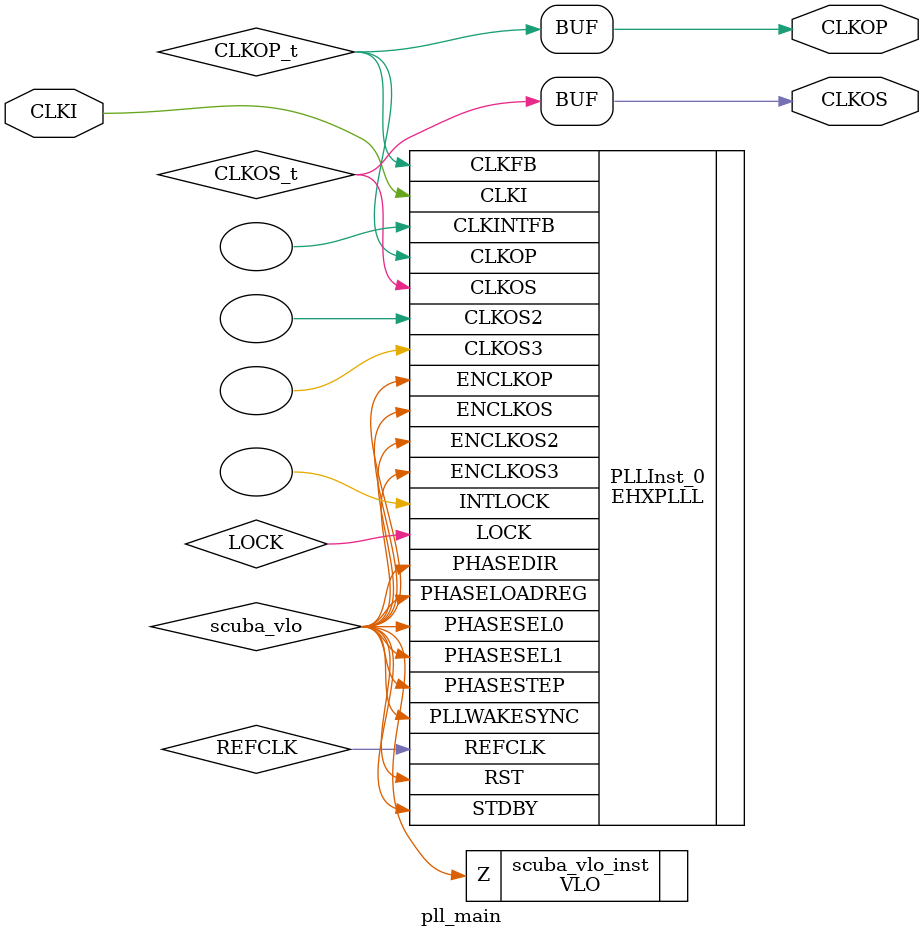
<source format=v>
/* Verilog netlist generated by SCUBA Diamond (64-bit) 3.13.0.56.2 */
/* Module Version: 5.7 */
/* /home/akowalski/Downloads/diamond/3.13/ispfpga/bin/lin64/scuba -w -n pll_main -lang verilog -synth synplify -bus_exp 7 -bb -arch sa5p00 -type pll -fin 48 -fclkop 200.00 -fclkop_tol 0.5 -fclkos 100.00 -fclkos_tol 0.5 -phases 0 -phase_cntl STATIC -fb_mode 1 -fdc /home/akowalski/projekty/twpm/twpm_ecp5/TwPM_toplevel/fpga/lpc_test/build/cl/pll_main/pll_main.fdc  */
/* Thu Dec  7 17:48:48 2023 */


`timescale 1 ns / 1 ps
module pll_main (CLKI, CLKOP, CLKOS)/* synthesis NGD_DRC_MASK=1 */;
    input wire CLKI;
    output wire CLKOP;
    output wire CLKOS;

    wire REFCLK;
    wire LOCK;
    wire CLKOS_t;
    wire CLKOP_t;
    wire scuba_vhi;
    wire scuba_vlo;

    VHI scuba_vhi_inst (.Z(scuba_vhi));

    VLO scuba_vlo_inst (.Z(scuba_vlo));

    defparam PLLInst_0.PLLRST_ENA = "DISABLED" ;
    defparam PLLInst_0.INTFB_WAKE = "DISABLED" ;
    defparam PLLInst_0.STDBY_ENABLE = "DISABLED" ;
    defparam PLLInst_0.DPHASE_SOURCE = "DISABLED" ;
    defparam PLLInst_0.CLKOS3_FPHASE = 0 ;
    defparam PLLInst_0.CLKOS3_CPHASE = 0 ;
    defparam PLLInst_0.CLKOS2_FPHASE = 0 ;
    defparam PLLInst_0.CLKOS2_CPHASE = 0 ;
    defparam PLLInst_0.CLKOS_FPHASE = 0 ;
    defparam PLLInst_0.CLKOS_CPHASE = 5 ;
    defparam PLLInst_0.CLKOP_FPHASE = 0 ;
    defparam PLLInst_0.CLKOP_CPHASE = 2 ;
    defparam PLLInst_0.PLL_LOCK_MODE = 0 ;
    defparam PLLInst_0.CLKOS_TRIM_DELAY = 0 ;
    defparam PLLInst_0.CLKOS_TRIM_POL = "FALLING" ;
    defparam PLLInst_0.CLKOP_TRIM_DELAY = 0 ;
    defparam PLLInst_0.CLKOP_TRIM_POL = "FALLING" ;
    defparam PLLInst_0.OUTDIVIDER_MUXD = "DIVD" ;
    defparam PLLInst_0.CLKOS3_ENABLE = "DISABLED" ;
    defparam PLLInst_0.OUTDIVIDER_MUXC = "DIVC" ;
    defparam PLLInst_0.CLKOS2_ENABLE = "DISABLED" ;
    defparam PLLInst_0.OUTDIVIDER_MUXB = "DIVB" ;
    defparam PLLInst_0.CLKOS_ENABLE = "ENABLED" ;
    defparam PLLInst_0.OUTDIVIDER_MUXA = "DIVA" ;
    defparam PLLInst_0.CLKOP_ENABLE = "ENABLED" ;
    defparam PLLInst_0.CLKOS3_DIV = 1 ;
    defparam PLLInst_0.CLKOS2_DIV = 1 ;
    defparam PLLInst_0.CLKOS_DIV = 6 ;
    defparam PLLInst_0.CLKOP_DIV = 3 ;
    defparam PLLInst_0.CLKFB_DIV = 25 ;
    defparam PLLInst_0.CLKI_DIV = 6 ;
    defparam PLLInst_0.FEEDBK_PATH = "CLKOP" ;
    EHXPLLL PLLInst_0 (.CLKI(CLKI), .CLKFB(CLKOP_t), .PHASESEL1(scuba_vlo), 
        .PHASESEL0(scuba_vlo), .PHASEDIR(scuba_vlo), .PHASESTEP(scuba_vlo), 
        .PHASELOADREG(scuba_vlo), .STDBY(scuba_vlo), .PLLWAKESYNC(scuba_vlo), 
        .RST(scuba_vlo), .ENCLKOP(scuba_vlo), .ENCLKOS(scuba_vlo), .ENCLKOS2(scuba_vlo), 
        .ENCLKOS3(scuba_vlo), .CLKOP(CLKOP_t), .CLKOS(CLKOS_t), .CLKOS2(), 
        .CLKOS3(), .LOCK(LOCK), .INTLOCK(), .REFCLK(REFCLK), .CLKINTFB())
             /* synthesis FREQUENCY_PIN_CLKOS="100.000000" */
             /* synthesis FREQUENCY_PIN_CLKOP="200.000000" */
             /* synthesis FREQUENCY_PIN_CLKI="48.000000" */
             /* synthesis ICP_CURRENT="5" */
             /* synthesis LPF_RESISTOR="16" */;

    assign CLKOS = CLKOS_t;
    assign CLKOP = CLKOP_t;


    // exemplar begin
    // exemplar attribute PLLInst_0 FREQUENCY_PIN_CLKOS 100.000000
    // exemplar attribute PLLInst_0 FREQUENCY_PIN_CLKOP 200.000000
    // exemplar attribute PLLInst_0 FREQUENCY_PIN_CLKI 48.000000
    // exemplar attribute PLLInst_0 ICP_CURRENT 5
    // exemplar attribute PLLInst_0 LPF_RESISTOR 16
    // exemplar end

endmodule

</source>
